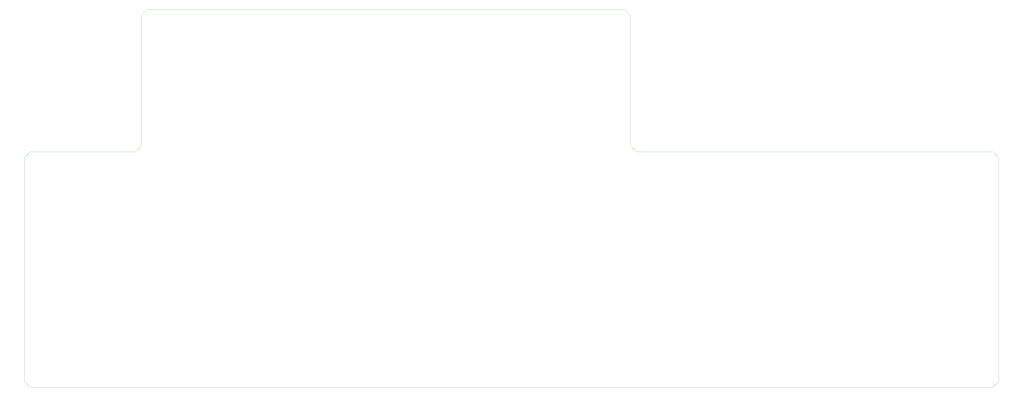
<source format=gbr>
%TF.GenerationSoftware,KiCad,Pcbnew,(5.1.7)-1*%
%TF.CreationDate,2020-10-10T22:45:47-04:00*%
%TF.ProjectId,f122,66313232-2e6b-4696-9361-645f70636258,rev?*%
%TF.SameCoordinates,PXe1237f8PYe7db780*%
%TF.FileFunction,Profile,NP*%
%FSLAX46Y46*%
G04 Gerber Fmt 4.6, Leading zero omitted, Abs format (unit mm)*
G04 Created by KiCad (PCBNEW (5.1.7)-1) date 2020-10-10 22:45:47*
%MOMM*%
%LPD*%
G01*
G04 APERTURE LIST*
%TA.AperFunction,Profile*%
%ADD10C,0.100000*%
%TD*%
G04 APERTURE END LIST*
D10*
X-131760000Y63785000D02*
X-128760000Y66785000D01*
X125240000Y63785000D02*
X122240000Y66785000D01*
X122240000Y133785000D02*
X119240000Y136785000D01*
X122240000Y133785000D02*
X122240000Y66785000D01*
X-128760000Y133785000D02*
X-125760000Y136785000D01*
X-128760000Y133785000D02*
X-128760000Y66785000D01*
X311240000Y60785000D02*
X308240000Y63785000D01*
X-188760000Y60785000D02*
X-185760000Y63785000D01*
X308240000Y-57215000D02*
X311240000Y-54215000D01*
X-185760000Y-57215000D02*
X-188760000Y-54215000D01*
X125240000Y63785000D02*
X308240000Y63785000D01*
X-188760000Y60785000D02*
X-188760000Y-54215000D01*
X-185760000Y-57215000D02*
X308240000Y-57215000D01*
X-185760000Y63785000D02*
X-131760000Y63785000D01*
X-125760000Y136785000D02*
X119240000Y136785000D01*
X311240000Y60785000D02*
X311240000Y-54215000D01*
M02*

</source>
